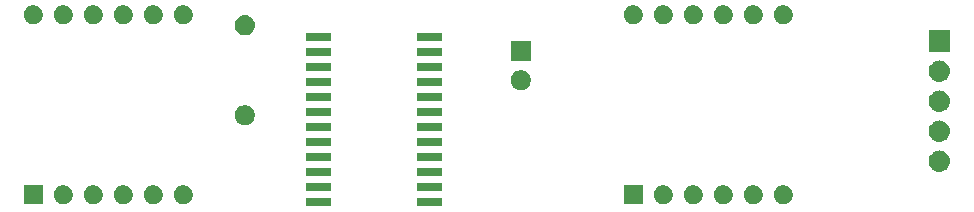
<source format=gbr>
G04 #@! TF.GenerationSoftware,KiCad,Pcbnew,(5.0.2)-1*
G04 #@! TF.CreationDate,2021-03-12T16:00:43+02:00*
G04 #@! TF.ProjectId,MAX7219 SMD,4d415837-3231-4392-9053-4d442e6b6963,rev?*
G04 #@! TF.SameCoordinates,Original*
G04 #@! TF.FileFunction,Soldermask,Bot*
G04 #@! TF.FilePolarity,Negative*
%FSLAX46Y46*%
G04 Gerber Fmt 4.6, Leading zero omitted, Abs format (unit mm)*
G04 Created by KiCad (PCBNEW (5.0.2)-1) date 12.03.2021 16:00:43*
%MOMM*%
%LPD*%
G01*
G04 APERTURE LIST*
%ADD10C,0.100000*%
G04 APERTURE END LIST*
D10*
G36*
X146213000Y-108301000D02*
X144111000Y-108301000D01*
X144111000Y-107599000D01*
X146213000Y-107599000D01*
X146213000Y-108301000D01*
X146213000Y-108301000D01*
G37*
G36*
X136813000Y-108301000D02*
X134711000Y-108301000D01*
X134711000Y-107599000D01*
X136813000Y-107599000D01*
X136813000Y-108301000D01*
X136813000Y-108301000D01*
G37*
G36*
X122026643Y-106544781D02*
X122172415Y-106605162D01*
X122303611Y-106692824D01*
X122415176Y-106804389D01*
X122502838Y-106935585D01*
X122563219Y-107081357D01*
X122594000Y-107236107D01*
X122594000Y-107393893D01*
X122563219Y-107548643D01*
X122502838Y-107694415D01*
X122415176Y-107825611D01*
X122303611Y-107937176D01*
X122172415Y-108024838D01*
X122026643Y-108085219D01*
X121871893Y-108116000D01*
X121714107Y-108116000D01*
X121559357Y-108085219D01*
X121413585Y-108024838D01*
X121282389Y-107937176D01*
X121170824Y-107825611D01*
X121083162Y-107694415D01*
X121022781Y-107548643D01*
X120992000Y-107393893D01*
X120992000Y-107236107D01*
X121022781Y-107081357D01*
X121083162Y-106935585D01*
X121170824Y-106804389D01*
X121282389Y-106692824D01*
X121413585Y-106605162D01*
X121559357Y-106544781D01*
X121714107Y-106514000D01*
X121871893Y-106514000D01*
X122026643Y-106544781D01*
X122026643Y-106544781D01*
G37*
G36*
X119486643Y-106544781D02*
X119632415Y-106605162D01*
X119763611Y-106692824D01*
X119875176Y-106804389D01*
X119962838Y-106935585D01*
X120023219Y-107081357D01*
X120054000Y-107236107D01*
X120054000Y-107393893D01*
X120023219Y-107548643D01*
X119962838Y-107694415D01*
X119875176Y-107825611D01*
X119763611Y-107937176D01*
X119632415Y-108024838D01*
X119486643Y-108085219D01*
X119331893Y-108116000D01*
X119174107Y-108116000D01*
X119019357Y-108085219D01*
X118873585Y-108024838D01*
X118742389Y-107937176D01*
X118630824Y-107825611D01*
X118543162Y-107694415D01*
X118482781Y-107548643D01*
X118452000Y-107393893D01*
X118452000Y-107236107D01*
X118482781Y-107081357D01*
X118543162Y-106935585D01*
X118630824Y-106804389D01*
X118742389Y-106692824D01*
X118873585Y-106605162D01*
X119019357Y-106544781D01*
X119174107Y-106514000D01*
X119331893Y-106514000D01*
X119486643Y-106544781D01*
X119486643Y-106544781D01*
G37*
G36*
X116946643Y-106544781D02*
X117092415Y-106605162D01*
X117223611Y-106692824D01*
X117335176Y-106804389D01*
X117422838Y-106935585D01*
X117483219Y-107081357D01*
X117514000Y-107236107D01*
X117514000Y-107393893D01*
X117483219Y-107548643D01*
X117422838Y-107694415D01*
X117335176Y-107825611D01*
X117223611Y-107937176D01*
X117092415Y-108024838D01*
X116946643Y-108085219D01*
X116791893Y-108116000D01*
X116634107Y-108116000D01*
X116479357Y-108085219D01*
X116333585Y-108024838D01*
X116202389Y-107937176D01*
X116090824Y-107825611D01*
X116003162Y-107694415D01*
X115942781Y-107548643D01*
X115912000Y-107393893D01*
X115912000Y-107236107D01*
X115942781Y-107081357D01*
X116003162Y-106935585D01*
X116090824Y-106804389D01*
X116202389Y-106692824D01*
X116333585Y-106605162D01*
X116479357Y-106544781D01*
X116634107Y-106514000D01*
X116791893Y-106514000D01*
X116946643Y-106544781D01*
X116946643Y-106544781D01*
G37*
G36*
X114406643Y-106544781D02*
X114552415Y-106605162D01*
X114683611Y-106692824D01*
X114795176Y-106804389D01*
X114882838Y-106935585D01*
X114943219Y-107081357D01*
X114974000Y-107236107D01*
X114974000Y-107393893D01*
X114943219Y-107548643D01*
X114882838Y-107694415D01*
X114795176Y-107825611D01*
X114683611Y-107937176D01*
X114552415Y-108024838D01*
X114406643Y-108085219D01*
X114251893Y-108116000D01*
X114094107Y-108116000D01*
X113939357Y-108085219D01*
X113793585Y-108024838D01*
X113662389Y-107937176D01*
X113550824Y-107825611D01*
X113463162Y-107694415D01*
X113402781Y-107548643D01*
X113372000Y-107393893D01*
X113372000Y-107236107D01*
X113402781Y-107081357D01*
X113463162Y-106935585D01*
X113550824Y-106804389D01*
X113662389Y-106692824D01*
X113793585Y-106605162D01*
X113939357Y-106544781D01*
X114094107Y-106514000D01*
X114251893Y-106514000D01*
X114406643Y-106544781D01*
X114406643Y-106544781D01*
G37*
G36*
X112434000Y-108116000D02*
X110832000Y-108116000D01*
X110832000Y-106514000D01*
X112434000Y-106514000D01*
X112434000Y-108116000D01*
X112434000Y-108116000D01*
G37*
G36*
X163234000Y-108116000D02*
X161632000Y-108116000D01*
X161632000Y-106514000D01*
X163234000Y-106514000D01*
X163234000Y-108116000D01*
X163234000Y-108116000D01*
G37*
G36*
X165206643Y-106544781D02*
X165352415Y-106605162D01*
X165483611Y-106692824D01*
X165595176Y-106804389D01*
X165682838Y-106935585D01*
X165743219Y-107081357D01*
X165774000Y-107236107D01*
X165774000Y-107393893D01*
X165743219Y-107548643D01*
X165682838Y-107694415D01*
X165595176Y-107825611D01*
X165483611Y-107937176D01*
X165352415Y-108024838D01*
X165206643Y-108085219D01*
X165051893Y-108116000D01*
X164894107Y-108116000D01*
X164739357Y-108085219D01*
X164593585Y-108024838D01*
X164462389Y-107937176D01*
X164350824Y-107825611D01*
X164263162Y-107694415D01*
X164202781Y-107548643D01*
X164172000Y-107393893D01*
X164172000Y-107236107D01*
X164202781Y-107081357D01*
X164263162Y-106935585D01*
X164350824Y-106804389D01*
X164462389Y-106692824D01*
X164593585Y-106605162D01*
X164739357Y-106544781D01*
X164894107Y-106514000D01*
X165051893Y-106514000D01*
X165206643Y-106544781D01*
X165206643Y-106544781D01*
G37*
G36*
X167746643Y-106544781D02*
X167892415Y-106605162D01*
X168023611Y-106692824D01*
X168135176Y-106804389D01*
X168222838Y-106935585D01*
X168283219Y-107081357D01*
X168314000Y-107236107D01*
X168314000Y-107393893D01*
X168283219Y-107548643D01*
X168222838Y-107694415D01*
X168135176Y-107825611D01*
X168023611Y-107937176D01*
X167892415Y-108024838D01*
X167746643Y-108085219D01*
X167591893Y-108116000D01*
X167434107Y-108116000D01*
X167279357Y-108085219D01*
X167133585Y-108024838D01*
X167002389Y-107937176D01*
X166890824Y-107825611D01*
X166803162Y-107694415D01*
X166742781Y-107548643D01*
X166712000Y-107393893D01*
X166712000Y-107236107D01*
X166742781Y-107081357D01*
X166803162Y-106935585D01*
X166890824Y-106804389D01*
X167002389Y-106692824D01*
X167133585Y-106605162D01*
X167279357Y-106544781D01*
X167434107Y-106514000D01*
X167591893Y-106514000D01*
X167746643Y-106544781D01*
X167746643Y-106544781D01*
G37*
G36*
X170286643Y-106544781D02*
X170432415Y-106605162D01*
X170563611Y-106692824D01*
X170675176Y-106804389D01*
X170762838Y-106935585D01*
X170823219Y-107081357D01*
X170854000Y-107236107D01*
X170854000Y-107393893D01*
X170823219Y-107548643D01*
X170762838Y-107694415D01*
X170675176Y-107825611D01*
X170563611Y-107937176D01*
X170432415Y-108024838D01*
X170286643Y-108085219D01*
X170131893Y-108116000D01*
X169974107Y-108116000D01*
X169819357Y-108085219D01*
X169673585Y-108024838D01*
X169542389Y-107937176D01*
X169430824Y-107825611D01*
X169343162Y-107694415D01*
X169282781Y-107548643D01*
X169252000Y-107393893D01*
X169252000Y-107236107D01*
X169282781Y-107081357D01*
X169343162Y-106935585D01*
X169430824Y-106804389D01*
X169542389Y-106692824D01*
X169673585Y-106605162D01*
X169819357Y-106544781D01*
X169974107Y-106514000D01*
X170131893Y-106514000D01*
X170286643Y-106544781D01*
X170286643Y-106544781D01*
G37*
G36*
X172826643Y-106544781D02*
X172972415Y-106605162D01*
X173103611Y-106692824D01*
X173215176Y-106804389D01*
X173302838Y-106935585D01*
X173363219Y-107081357D01*
X173394000Y-107236107D01*
X173394000Y-107393893D01*
X173363219Y-107548643D01*
X173302838Y-107694415D01*
X173215176Y-107825611D01*
X173103611Y-107937176D01*
X172972415Y-108024838D01*
X172826643Y-108085219D01*
X172671893Y-108116000D01*
X172514107Y-108116000D01*
X172359357Y-108085219D01*
X172213585Y-108024838D01*
X172082389Y-107937176D01*
X171970824Y-107825611D01*
X171883162Y-107694415D01*
X171822781Y-107548643D01*
X171792000Y-107393893D01*
X171792000Y-107236107D01*
X171822781Y-107081357D01*
X171883162Y-106935585D01*
X171970824Y-106804389D01*
X172082389Y-106692824D01*
X172213585Y-106605162D01*
X172359357Y-106544781D01*
X172514107Y-106514000D01*
X172671893Y-106514000D01*
X172826643Y-106544781D01*
X172826643Y-106544781D01*
G37*
G36*
X175366643Y-106544781D02*
X175512415Y-106605162D01*
X175643611Y-106692824D01*
X175755176Y-106804389D01*
X175842838Y-106935585D01*
X175903219Y-107081357D01*
X175934000Y-107236107D01*
X175934000Y-107393893D01*
X175903219Y-107548643D01*
X175842838Y-107694415D01*
X175755176Y-107825611D01*
X175643611Y-107937176D01*
X175512415Y-108024838D01*
X175366643Y-108085219D01*
X175211893Y-108116000D01*
X175054107Y-108116000D01*
X174899357Y-108085219D01*
X174753585Y-108024838D01*
X174622389Y-107937176D01*
X174510824Y-107825611D01*
X174423162Y-107694415D01*
X174362781Y-107548643D01*
X174332000Y-107393893D01*
X174332000Y-107236107D01*
X174362781Y-107081357D01*
X174423162Y-106935585D01*
X174510824Y-106804389D01*
X174622389Y-106692824D01*
X174753585Y-106605162D01*
X174899357Y-106544781D01*
X175054107Y-106514000D01*
X175211893Y-106514000D01*
X175366643Y-106544781D01*
X175366643Y-106544781D01*
G37*
G36*
X124566643Y-106544781D02*
X124712415Y-106605162D01*
X124843611Y-106692824D01*
X124955176Y-106804389D01*
X125042838Y-106935585D01*
X125103219Y-107081357D01*
X125134000Y-107236107D01*
X125134000Y-107393893D01*
X125103219Y-107548643D01*
X125042838Y-107694415D01*
X124955176Y-107825611D01*
X124843611Y-107937176D01*
X124712415Y-108024838D01*
X124566643Y-108085219D01*
X124411893Y-108116000D01*
X124254107Y-108116000D01*
X124099357Y-108085219D01*
X123953585Y-108024838D01*
X123822389Y-107937176D01*
X123710824Y-107825611D01*
X123623162Y-107694415D01*
X123562781Y-107548643D01*
X123532000Y-107393893D01*
X123532000Y-107236107D01*
X123562781Y-107081357D01*
X123623162Y-106935585D01*
X123710824Y-106804389D01*
X123822389Y-106692824D01*
X123953585Y-106605162D01*
X124099357Y-106544781D01*
X124254107Y-106514000D01*
X124411893Y-106514000D01*
X124566643Y-106544781D01*
X124566643Y-106544781D01*
G37*
G36*
X136813000Y-107031000D02*
X134711000Y-107031000D01*
X134711000Y-106329000D01*
X136813000Y-106329000D01*
X136813000Y-107031000D01*
X136813000Y-107031000D01*
G37*
G36*
X146213000Y-107031000D02*
X144111000Y-107031000D01*
X144111000Y-106329000D01*
X146213000Y-106329000D01*
X146213000Y-107031000D01*
X146213000Y-107031000D01*
G37*
G36*
X136813000Y-105761000D02*
X134711000Y-105761000D01*
X134711000Y-105059000D01*
X136813000Y-105059000D01*
X136813000Y-105761000D01*
X136813000Y-105761000D01*
G37*
G36*
X146213000Y-105761000D02*
X144111000Y-105761000D01*
X144111000Y-105059000D01*
X146213000Y-105059000D01*
X146213000Y-105761000D01*
X146213000Y-105761000D01*
G37*
G36*
X188451442Y-103575718D02*
X188517627Y-103582237D01*
X188630853Y-103616584D01*
X188687467Y-103633757D01*
X188826087Y-103707852D01*
X188843991Y-103717422D01*
X188879729Y-103746752D01*
X188981186Y-103830014D01*
X189064448Y-103931471D01*
X189093778Y-103967209D01*
X189093779Y-103967211D01*
X189177443Y-104123733D01*
X189177443Y-104123734D01*
X189228963Y-104293573D01*
X189246359Y-104470200D01*
X189228963Y-104646827D01*
X189194616Y-104760053D01*
X189177443Y-104816667D01*
X189103348Y-104955287D01*
X189093778Y-104973191D01*
X189064448Y-105008929D01*
X188981186Y-105110386D01*
X188879729Y-105193648D01*
X188843991Y-105222978D01*
X188843989Y-105222979D01*
X188687467Y-105306643D01*
X188630853Y-105323816D01*
X188517627Y-105358163D01*
X188451443Y-105364681D01*
X188385260Y-105371200D01*
X188296740Y-105371200D01*
X188230557Y-105364681D01*
X188164373Y-105358163D01*
X188051147Y-105323816D01*
X187994533Y-105306643D01*
X187838011Y-105222979D01*
X187838009Y-105222978D01*
X187802271Y-105193648D01*
X187700814Y-105110386D01*
X187617552Y-105008929D01*
X187588222Y-104973191D01*
X187578652Y-104955287D01*
X187504557Y-104816667D01*
X187487384Y-104760053D01*
X187453037Y-104646827D01*
X187435641Y-104470200D01*
X187453037Y-104293573D01*
X187504557Y-104123734D01*
X187504557Y-104123733D01*
X187588221Y-103967211D01*
X187588222Y-103967209D01*
X187617552Y-103931471D01*
X187700814Y-103830014D01*
X187802271Y-103746752D01*
X187838009Y-103717422D01*
X187855913Y-103707852D01*
X187994533Y-103633757D01*
X188051147Y-103616584D01*
X188164373Y-103582237D01*
X188230558Y-103575718D01*
X188296740Y-103569200D01*
X188385260Y-103569200D01*
X188451442Y-103575718D01*
X188451442Y-103575718D01*
G37*
G36*
X136813000Y-104491000D02*
X134711000Y-104491000D01*
X134711000Y-103789000D01*
X136813000Y-103789000D01*
X136813000Y-104491000D01*
X136813000Y-104491000D01*
G37*
G36*
X146213000Y-104491000D02*
X144111000Y-104491000D01*
X144111000Y-103789000D01*
X146213000Y-103789000D01*
X146213000Y-104491000D01*
X146213000Y-104491000D01*
G37*
G36*
X146213000Y-103221000D02*
X144111000Y-103221000D01*
X144111000Y-102519000D01*
X146213000Y-102519000D01*
X146213000Y-103221000D01*
X146213000Y-103221000D01*
G37*
G36*
X136813000Y-103221000D02*
X134711000Y-103221000D01*
X134711000Y-102519000D01*
X136813000Y-102519000D01*
X136813000Y-103221000D01*
X136813000Y-103221000D01*
G37*
G36*
X188451443Y-101035719D02*
X188517627Y-101042237D01*
X188630853Y-101076584D01*
X188687467Y-101093757D01*
X188748688Y-101126481D01*
X188843991Y-101177422D01*
X188879729Y-101206752D01*
X188981186Y-101290014D01*
X189064448Y-101391471D01*
X189093778Y-101427209D01*
X189093779Y-101427211D01*
X189177443Y-101583733D01*
X189177443Y-101583734D01*
X189228963Y-101753573D01*
X189246359Y-101930200D01*
X189228963Y-102106827D01*
X189194616Y-102220053D01*
X189177443Y-102276667D01*
X189103348Y-102415287D01*
X189093778Y-102433191D01*
X189064448Y-102468929D01*
X188981186Y-102570386D01*
X188879729Y-102653648D01*
X188843991Y-102682978D01*
X188843989Y-102682979D01*
X188687467Y-102766643D01*
X188630853Y-102783816D01*
X188517627Y-102818163D01*
X188451443Y-102824681D01*
X188385260Y-102831200D01*
X188296740Y-102831200D01*
X188230558Y-102824682D01*
X188164373Y-102818163D01*
X188051147Y-102783816D01*
X187994533Y-102766643D01*
X187838011Y-102682979D01*
X187838009Y-102682978D01*
X187802271Y-102653648D01*
X187700814Y-102570386D01*
X187617552Y-102468929D01*
X187588222Y-102433191D01*
X187578652Y-102415287D01*
X187504557Y-102276667D01*
X187487384Y-102220053D01*
X187453037Y-102106827D01*
X187435641Y-101930200D01*
X187453037Y-101753573D01*
X187504557Y-101583734D01*
X187504557Y-101583733D01*
X187588221Y-101427211D01*
X187588222Y-101427209D01*
X187617552Y-101391471D01*
X187700814Y-101290014D01*
X187802271Y-101206752D01*
X187838009Y-101177422D01*
X187933312Y-101126481D01*
X187994533Y-101093757D01*
X188051147Y-101076584D01*
X188164373Y-101042237D01*
X188230557Y-101035719D01*
X188296740Y-101029200D01*
X188385260Y-101029200D01*
X188451443Y-101035719D01*
X188451443Y-101035719D01*
G37*
G36*
X146213000Y-101951000D02*
X144111000Y-101951000D01*
X144111000Y-101249000D01*
X146213000Y-101249000D01*
X146213000Y-101951000D01*
X146213000Y-101951000D01*
G37*
G36*
X136813000Y-101951000D02*
X134711000Y-101951000D01*
X134711000Y-101249000D01*
X136813000Y-101249000D01*
X136813000Y-101951000D01*
X136813000Y-101951000D01*
G37*
G36*
X129788228Y-99765703D02*
X129943100Y-99829853D01*
X130082481Y-99922985D01*
X130201015Y-100041519D01*
X130294147Y-100180900D01*
X130358297Y-100335772D01*
X130391000Y-100500184D01*
X130391000Y-100667816D01*
X130358297Y-100832228D01*
X130294147Y-100987100D01*
X130201015Y-101126481D01*
X130082481Y-101245015D01*
X129943100Y-101338147D01*
X129788228Y-101402297D01*
X129623816Y-101435000D01*
X129456184Y-101435000D01*
X129291772Y-101402297D01*
X129136900Y-101338147D01*
X128997519Y-101245015D01*
X128878985Y-101126481D01*
X128785853Y-100987100D01*
X128721703Y-100832228D01*
X128689000Y-100667816D01*
X128689000Y-100500184D01*
X128721703Y-100335772D01*
X128785853Y-100180900D01*
X128878985Y-100041519D01*
X128997519Y-99922985D01*
X129136900Y-99829853D01*
X129291772Y-99765703D01*
X129456184Y-99733000D01*
X129623816Y-99733000D01*
X129788228Y-99765703D01*
X129788228Y-99765703D01*
G37*
G36*
X136813000Y-100681000D02*
X134711000Y-100681000D01*
X134711000Y-99979000D01*
X136813000Y-99979000D01*
X136813000Y-100681000D01*
X136813000Y-100681000D01*
G37*
G36*
X146213000Y-100681000D02*
X144111000Y-100681000D01*
X144111000Y-99979000D01*
X146213000Y-99979000D01*
X146213000Y-100681000D01*
X146213000Y-100681000D01*
G37*
G36*
X188451443Y-98495719D02*
X188517627Y-98502237D01*
X188630853Y-98536584D01*
X188687467Y-98553757D01*
X188826087Y-98627852D01*
X188843991Y-98637422D01*
X188879729Y-98666752D01*
X188981186Y-98750014D01*
X189064448Y-98851471D01*
X189093778Y-98887209D01*
X189093779Y-98887211D01*
X189177443Y-99043733D01*
X189177443Y-99043734D01*
X189228963Y-99213573D01*
X189246359Y-99390200D01*
X189228963Y-99566827D01*
X189194616Y-99680053D01*
X189177443Y-99736667D01*
X189161922Y-99765704D01*
X189093778Y-99893191D01*
X189069326Y-99922986D01*
X188981186Y-100030386D01*
X188879729Y-100113648D01*
X188843991Y-100142978D01*
X188843989Y-100142979D01*
X188687467Y-100226643D01*
X188630853Y-100243816D01*
X188517627Y-100278163D01*
X188451443Y-100284681D01*
X188385260Y-100291200D01*
X188296740Y-100291200D01*
X188230557Y-100284681D01*
X188164373Y-100278163D01*
X188051147Y-100243816D01*
X187994533Y-100226643D01*
X187838011Y-100142979D01*
X187838009Y-100142978D01*
X187802271Y-100113648D01*
X187700814Y-100030386D01*
X187612674Y-99922986D01*
X187588222Y-99893191D01*
X187520078Y-99765704D01*
X187504557Y-99736667D01*
X187487384Y-99680053D01*
X187453037Y-99566827D01*
X187435641Y-99390200D01*
X187453037Y-99213573D01*
X187504557Y-99043734D01*
X187504557Y-99043733D01*
X187588221Y-98887211D01*
X187588222Y-98887209D01*
X187617552Y-98851471D01*
X187700814Y-98750014D01*
X187802271Y-98666752D01*
X187838009Y-98637422D01*
X187855913Y-98627852D01*
X187994533Y-98553757D01*
X188051147Y-98536584D01*
X188164373Y-98502237D01*
X188230558Y-98495718D01*
X188296740Y-98489200D01*
X188385260Y-98489200D01*
X188451443Y-98495719D01*
X188451443Y-98495719D01*
G37*
G36*
X146213000Y-99411000D02*
X144111000Y-99411000D01*
X144111000Y-98709000D01*
X146213000Y-98709000D01*
X146213000Y-99411000D01*
X146213000Y-99411000D01*
G37*
G36*
X136813000Y-99411000D02*
X134711000Y-99411000D01*
X134711000Y-98709000D01*
X136813000Y-98709000D01*
X136813000Y-99411000D01*
X136813000Y-99411000D01*
G37*
G36*
X153156228Y-96804703D02*
X153311100Y-96868853D01*
X153450481Y-96961985D01*
X153569015Y-97080519D01*
X153662147Y-97219900D01*
X153726297Y-97374772D01*
X153759000Y-97539184D01*
X153759000Y-97706816D01*
X153726297Y-97871228D01*
X153662147Y-98026100D01*
X153569015Y-98165481D01*
X153450481Y-98284015D01*
X153311100Y-98377147D01*
X153156228Y-98441297D01*
X152991816Y-98474000D01*
X152824184Y-98474000D01*
X152659772Y-98441297D01*
X152504900Y-98377147D01*
X152365519Y-98284015D01*
X152246985Y-98165481D01*
X152153853Y-98026100D01*
X152089703Y-97871228D01*
X152057000Y-97706816D01*
X152057000Y-97539184D01*
X152089703Y-97374772D01*
X152153853Y-97219900D01*
X152246985Y-97080519D01*
X152365519Y-96961985D01*
X152504900Y-96868853D01*
X152659772Y-96804703D01*
X152824184Y-96772000D01*
X152991816Y-96772000D01*
X153156228Y-96804703D01*
X153156228Y-96804703D01*
G37*
G36*
X146213000Y-98141000D02*
X144111000Y-98141000D01*
X144111000Y-97439000D01*
X146213000Y-97439000D01*
X146213000Y-98141000D01*
X146213000Y-98141000D01*
G37*
G36*
X136813000Y-98141000D02*
X134711000Y-98141000D01*
X134711000Y-97439000D01*
X136813000Y-97439000D01*
X136813000Y-98141000D01*
X136813000Y-98141000D01*
G37*
G36*
X188451442Y-95955718D02*
X188517627Y-95962237D01*
X188630853Y-95996584D01*
X188687467Y-96013757D01*
X188826087Y-96087852D01*
X188843991Y-96097422D01*
X188879729Y-96126752D01*
X188981186Y-96210014D01*
X189064448Y-96311471D01*
X189093778Y-96347209D01*
X189093779Y-96347211D01*
X189177443Y-96503733D01*
X189177443Y-96503734D01*
X189228963Y-96673573D01*
X189246359Y-96850200D01*
X189228963Y-97026827D01*
X189194616Y-97140053D01*
X189177443Y-97196667D01*
X189103348Y-97335287D01*
X189093778Y-97353191D01*
X189076067Y-97374772D01*
X188981186Y-97490386D01*
X188879729Y-97573648D01*
X188843991Y-97602978D01*
X188843989Y-97602979D01*
X188687467Y-97686643D01*
X188630853Y-97703816D01*
X188517627Y-97738163D01*
X188451442Y-97744682D01*
X188385260Y-97751200D01*
X188296740Y-97751200D01*
X188230558Y-97744682D01*
X188164373Y-97738163D01*
X188051147Y-97703816D01*
X187994533Y-97686643D01*
X187838011Y-97602979D01*
X187838009Y-97602978D01*
X187802271Y-97573648D01*
X187700814Y-97490386D01*
X187605933Y-97374772D01*
X187588222Y-97353191D01*
X187578652Y-97335287D01*
X187504557Y-97196667D01*
X187487384Y-97140053D01*
X187453037Y-97026827D01*
X187435641Y-96850200D01*
X187453037Y-96673573D01*
X187504557Y-96503734D01*
X187504557Y-96503733D01*
X187588221Y-96347211D01*
X187588222Y-96347209D01*
X187617552Y-96311471D01*
X187700814Y-96210014D01*
X187802271Y-96126752D01*
X187838009Y-96097422D01*
X187855913Y-96087852D01*
X187994533Y-96013757D01*
X188051147Y-95996584D01*
X188164373Y-95962237D01*
X188230558Y-95955718D01*
X188296740Y-95949200D01*
X188385260Y-95949200D01*
X188451442Y-95955718D01*
X188451442Y-95955718D01*
G37*
G36*
X136813000Y-96871000D02*
X134711000Y-96871000D01*
X134711000Y-96169000D01*
X136813000Y-96169000D01*
X136813000Y-96871000D01*
X136813000Y-96871000D01*
G37*
G36*
X146213000Y-96871000D02*
X144111000Y-96871000D01*
X144111000Y-96169000D01*
X146213000Y-96169000D01*
X146213000Y-96871000D01*
X146213000Y-96871000D01*
G37*
G36*
X153759000Y-95974000D02*
X152057000Y-95974000D01*
X152057000Y-94272000D01*
X153759000Y-94272000D01*
X153759000Y-95974000D01*
X153759000Y-95974000D01*
G37*
G36*
X136813000Y-95601000D02*
X134711000Y-95601000D01*
X134711000Y-94899000D01*
X136813000Y-94899000D01*
X136813000Y-95601000D01*
X136813000Y-95601000D01*
G37*
G36*
X146213000Y-95601000D02*
X144111000Y-95601000D01*
X144111000Y-94899000D01*
X146213000Y-94899000D01*
X146213000Y-95601000D01*
X146213000Y-95601000D01*
G37*
G36*
X189242000Y-95211200D02*
X187440000Y-95211200D01*
X187440000Y-93409200D01*
X189242000Y-93409200D01*
X189242000Y-95211200D01*
X189242000Y-95211200D01*
G37*
G36*
X136813000Y-94331000D02*
X134711000Y-94331000D01*
X134711000Y-93629000D01*
X136813000Y-93629000D01*
X136813000Y-94331000D01*
X136813000Y-94331000D01*
G37*
G36*
X146213000Y-94331000D02*
X144111000Y-94331000D01*
X144111000Y-93629000D01*
X146213000Y-93629000D01*
X146213000Y-94331000D01*
X146213000Y-94331000D01*
G37*
G36*
X129706821Y-92125313D02*
X129706824Y-92125314D01*
X129706825Y-92125314D01*
X129867239Y-92173975D01*
X129867241Y-92173976D01*
X129867244Y-92173977D01*
X130015078Y-92252995D01*
X130144659Y-92359341D01*
X130251005Y-92488922D01*
X130330023Y-92636756D01*
X130330024Y-92636759D01*
X130330025Y-92636761D01*
X130378686Y-92797175D01*
X130378687Y-92797179D01*
X130395117Y-92964000D01*
X130378687Y-93130821D01*
X130330023Y-93291244D01*
X130251005Y-93439078D01*
X130144659Y-93568659D01*
X130015078Y-93675005D01*
X129867244Y-93754023D01*
X129867241Y-93754024D01*
X129867239Y-93754025D01*
X129706825Y-93802686D01*
X129706824Y-93802686D01*
X129706821Y-93802687D01*
X129581804Y-93815000D01*
X129498196Y-93815000D01*
X129373179Y-93802687D01*
X129373176Y-93802686D01*
X129373175Y-93802686D01*
X129212761Y-93754025D01*
X129212759Y-93754024D01*
X129212756Y-93754023D01*
X129064922Y-93675005D01*
X128935341Y-93568659D01*
X128828995Y-93439078D01*
X128749977Y-93291244D01*
X128701313Y-93130821D01*
X128684883Y-92964000D01*
X128701313Y-92797179D01*
X128701314Y-92797175D01*
X128749975Y-92636761D01*
X128749976Y-92636759D01*
X128749977Y-92636756D01*
X128828995Y-92488922D01*
X128935341Y-92359341D01*
X129064922Y-92252995D01*
X129212756Y-92173977D01*
X129212759Y-92173976D01*
X129212761Y-92173975D01*
X129373175Y-92125314D01*
X129373176Y-92125314D01*
X129373179Y-92125313D01*
X129498196Y-92113000D01*
X129581804Y-92113000D01*
X129706821Y-92125313D01*
X129706821Y-92125313D01*
G37*
G36*
X175366643Y-91304781D02*
X175512415Y-91365162D01*
X175643611Y-91452824D01*
X175755176Y-91564389D01*
X175842838Y-91695585D01*
X175903219Y-91841357D01*
X175934000Y-91996107D01*
X175934000Y-92153893D01*
X175903219Y-92308643D01*
X175842838Y-92454415D01*
X175755176Y-92585611D01*
X175643611Y-92697176D01*
X175512415Y-92784838D01*
X175366643Y-92845219D01*
X175211893Y-92876000D01*
X175054107Y-92876000D01*
X174899357Y-92845219D01*
X174753585Y-92784838D01*
X174622389Y-92697176D01*
X174510824Y-92585611D01*
X174423162Y-92454415D01*
X174362781Y-92308643D01*
X174332000Y-92153893D01*
X174332000Y-91996107D01*
X174362781Y-91841357D01*
X174423162Y-91695585D01*
X174510824Y-91564389D01*
X174622389Y-91452824D01*
X174753585Y-91365162D01*
X174899357Y-91304781D01*
X175054107Y-91274000D01*
X175211893Y-91274000D01*
X175366643Y-91304781D01*
X175366643Y-91304781D01*
G37*
G36*
X172826643Y-91304781D02*
X172972415Y-91365162D01*
X173103611Y-91452824D01*
X173215176Y-91564389D01*
X173302838Y-91695585D01*
X173363219Y-91841357D01*
X173394000Y-91996107D01*
X173394000Y-92153893D01*
X173363219Y-92308643D01*
X173302838Y-92454415D01*
X173215176Y-92585611D01*
X173103611Y-92697176D01*
X172972415Y-92784838D01*
X172826643Y-92845219D01*
X172671893Y-92876000D01*
X172514107Y-92876000D01*
X172359357Y-92845219D01*
X172213585Y-92784838D01*
X172082389Y-92697176D01*
X171970824Y-92585611D01*
X171883162Y-92454415D01*
X171822781Y-92308643D01*
X171792000Y-92153893D01*
X171792000Y-91996107D01*
X171822781Y-91841357D01*
X171883162Y-91695585D01*
X171970824Y-91564389D01*
X172082389Y-91452824D01*
X172213585Y-91365162D01*
X172359357Y-91304781D01*
X172514107Y-91274000D01*
X172671893Y-91274000D01*
X172826643Y-91304781D01*
X172826643Y-91304781D01*
G37*
G36*
X170286643Y-91304781D02*
X170432415Y-91365162D01*
X170563611Y-91452824D01*
X170675176Y-91564389D01*
X170762838Y-91695585D01*
X170823219Y-91841357D01*
X170854000Y-91996107D01*
X170854000Y-92153893D01*
X170823219Y-92308643D01*
X170762838Y-92454415D01*
X170675176Y-92585611D01*
X170563611Y-92697176D01*
X170432415Y-92784838D01*
X170286643Y-92845219D01*
X170131893Y-92876000D01*
X169974107Y-92876000D01*
X169819357Y-92845219D01*
X169673585Y-92784838D01*
X169542389Y-92697176D01*
X169430824Y-92585611D01*
X169343162Y-92454415D01*
X169282781Y-92308643D01*
X169252000Y-92153893D01*
X169252000Y-91996107D01*
X169282781Y-91841357D01*
X169343162Y-91695585D01*
X169430824Y-91564389D01*
X169542389Y-91452824D01*
X169673585Y-91365162D01*
X169819357Y-91304781D01*
X169974107Y-91274000D01*
X170131893Y-91274000D01*
X170286643Y-91304781D01*
X170286643Y-91304781D01*
G37*
G36*
X162666643Y-91304781D02*
X162812415Y-91365162D01*
X162943611Y-91452824D01*
X163055176Y-91564389D01*
X163142838Y-91695585D01*
X163203219Y-91841357D01*
X163234000Y-91996107D01*
X163234000Y-92153893D01*
X163203219Y-92308643D01*
X163142838Y-92454415D01*
X163055176Y-92585611D01*
X162943611Y-92697176D01*
X162812415Y-92784838D01*
X162666643Y-92845219D01*
X162511893Y-92876000D01*
X162354107Y-92876000D01*
X162199357Y-92845219D01*
X162053585Y-92784838D01*
X161922389Y-92697176D01*
X161810824Y-92585611D01*
X161723162Y-92454415D01*
X161662781Y-92308643D01*
X161632000Y-92153893D01*
X161632000Y-91996107D01*
X161662781Y-91841357D01*
X161723162Y-91695585D01*
X161810824Y-91564389D01*
X161922389Y-91452824D01*
X162053585Y-91365162D01*
X162199357Y-91304781D01*
X162354107Y-91274000D01*
X162511893Y-91274000D01*
X162666643Y-91304781D01*
X162666643Y-91304781D01*
G37*
G36*
X122026643Y-91304781D02*
X122172415Y-91365162D01*
X122303611Y-91452824D01*
X122415176Y-91564389D01*
X122502838Y-91695585D01*
X122563219Y-91841357D01*
X122594000Y-91996107D01*
X122594000Y-92153893D01*
X122563219Y-92308643D01*
X122502838Y-92454415D01*
X122415176Y-92585611D01*
X122303611Y-92697176D01*
X122172415Y-92784838D01*
X122026643Y-92845219D01*
X121871893Y-92876000D01*
X121714107Y-92876000D01*
X121559357Y-92845219D01*
X121413585Y-92784838D01*
X121282389Y-92697176D01*
X121170824Y-92585611D01*
X121083162Y-92454415D01*
X121022781Y-92308643D01*
X120992000Y-92153893D01*
X120992000Y-91996107D01*
X121022781Y-91841357D01*
X121083162Y-91695585D01*
X121170824Y-91564389D01*
X121282389Y-91452824D01*
X121413585Y-91365162D01*
X121559357Y-91304781D01*
X121714107Y-91274000D01*
X121871893Y-91274000D01*
X122026643Y-91304781D01*
X122026643Y-91304781D01*
G37*
G36*
X124566643Y-91304781D02*
X124712415Y-91365162D01*
X124843611Y-91452824D01*
X124955176Y-91564389D01*
X125042838Y-91695585D01*
X125103219Y-91841357D01*
X125134000Y-91996107D01*
X125134000Y-92153893D01*
X125103219Y-92308643D01*
X125042838Y-92454415D01*
X124955176Y-92585611D01*
X124843611Y-92697176D01*
X124712415Y-92784838D01*
X124566643Y-92845219D01*
X124411893Y-92876000D01*
X124254107Y-92876000D01*
X124099357Y-92845219D01*
X123953585Y-92784838D01*
X123822389Y-92697176D01*
X123710824Y-92585611D01*
X123623162Y-92454415D01*
X123562781Y-92308643D01*
X123532000Y-92153893D01*
X123532000Y-91996107D01*
X123562781Y-91841357D01*
X123623162Y-91695585D01*
X123710824Y-91564389D01*
X123822389Y-91452824D01*
X123953585Y-91365162D01*
X124099357Y-91304781D01*
X124254107Y-91274000D01*
X124411893Y-91274000D01*
X124566643Y-91304781D01*
X124566643Y-91304781D01*
G37*
G36*
X119486643Y-91304781D02*
X119632415Y-91365162D01*
X119763611Y-91452824D01*
X119875176Y-91564389D01*
X119962838Y-91695585D01*
X120023219Y-91841357D01*
X120054000Y-91996107D01*
X120054000Y-92153893D01*
X120023219Y-92308643D01*
X119962838Y-92454415D01*
X119875176Y-92585611D01*
X119763611Y-92697176D01*
X119632415Y-92784838D01*
X119486643Y-92845219D01*
X119331893Y-92876000D01*
X119174107Y-92876000D01*
X119019357Y-92845219D01*
X118873585Y-92784838D01*
X118742389Y-92697176D01*
X118630824Y-92585611D01*
X118543162Y-92454415D01*
X118482781Y-92308643D01*
X118452000Y-92153893D01*
X118452000Y-91996107D01*
X118482781Y-91841357D01*
X118543162Y-91695585D01*
X118630824Y-91564389D01*
X118742389Y-91452824D01*
X118873585Y-91365162D01*
X119019357Y-91304781D01*
X119174107Y-91274000D01*
X119331893Y-91274000D01*
X119486643Y-91304781D01*
X119486643Y-91304781D01*
G37*
G36*
X116946643Y-91304781D02*
X117092415Y-91365162D01*
X117223611Y-91452824D01*
X117335176Y-91564389D01*
X117422838Y-91695585D01*
X117483219Y-91841357D01*
X117514000Y-91996107D01*
X117514000Y-92153893D01*
X117483219Y-92308643D01*
X117422838Y-92454415D01*
X117335176Y-92585611D01*
X117223611Y-92697176D01*
X117092415Y-92784838D01*
X116946643Y-92845219D01*
X116791893Y-92876000D01*
X116634107Y-92876000D01*
X116479357Y-92845219D01*
X116333585Y-92784838D01*
X116202389Y-92697176D01*
X116090824Y-92585611D01*
X116003162Y-92454415D01*
X115942781Y-92308643D01*
X115912000Y-92153893D01*
X115912000Y-91996107D01*
X115942781Y-91841357D01*
X116003162Y-91695585D01*
X116090824Y-91564389D01*
X116202389Y-91452824D01*
X116333585Y-91365162D01*
X116479357Y-91304781D01*
X116634107Y-91274000D01*
X116791893Y-91274000D01*
X116946643Y-91304781D01*
X116946643Y-91304781D01*
G37*
G36*
X114406643Y-91304781D02*
X114552415Y-91365162D01*
X114683611Y-91452824D01*
X114795176Y-91564389D01*
X114882838Y-91695585D01*
X114943219Y-91841357D01*
X114974000Y-91996107D01*
X114974000Y-92153893D01*
X114943219Y-92308643D01*
X114882838Y-92454415D01*
X114795176Y-92585611D01*
X114683611Y-92697176D01*
X114552415Y-92784838D01*
X114406643Y-92845219D01*
X114251893Y-92876000D01*
X114094107Y-92876000D01*
X113939357Y-92845219D01*
X113793585Y-92784838D01*
X113662389Y-92697176D01*
X113550824Y-92585611D01*
X113463162Y-92454415D01*
X113402781Y-92308643D01*
X113372000Y-92153893D01*
X113372000Y-91996107D01*
X113402781Y-91841357D01*
X113463162Y-91695585D01*
X113550824Y-91564389D01*
X113662389Y-91452824D01*
X113793585Y-91365162D01*
X113939357Y-91304781D01*
X114094107Y-91274000D01*
X114251893Y-91274000D01*
X114406643Y-91304781D01*
X114406643Y-91304781D01*
G37*
G36*
X111866643Y-91304781D02*
X112012415Y-91365162D01*
X112143611Y-91452824D01*
X112255176Y-91564389D01*
X112342838Y-91695585D01*
X112403219Y-91841357D01*
X112434000Y-91996107D01*
X112434000Y-92153893D01*
X112403219Y-92308643D01*
X112342838Y-92454415D01*
X112255176Y-92585611D01*
X112143611Y-92697176D01*
X112012415Y-92784838D01*
X111866643Y-92845219D01*
X111711893Y-92876000D01*
X111554107Y-92876000D01*
X111399357Y-92845219D01*
X111253585Y-92784838D01*
X111122389Y-92697176D01*
X111010824Y-92585611D01*
X110923162Y-92454415D01*
X110862781Y-92308643D01*
X110832000Y-92153893D01*
X110832000Y-91996107D01*
X110862781Y-91841357D01*
X110923162Y-91695585D01*
X111010824Y-91564389D01*
X111122389Y-91452824D01*
X111253585Y-91365162D01*
X111399357Y-91304781D01*
X111554107Y-91274000D01*
X111711893Y-91274000D01*
X111866643Y-91304781D01*
X111866643Y-91304781D01*
G37*
G36*
X165206643Y-91304781D02*
X165352415Y-91365162D01*
X165483611Y-91452824D01*
X165595176Y-91564389D01*
X165682838Y-91695585D01*
X165743219Y-91841357D01*
X165774000Y-91996107D01*
X165774000Y-92153893D01*
X165743219Y-92308643D01*
X165682838Y-92454415D01*
X165595176Y-92585611D01*
X165483611Y-92697176D01*
X165352415Y-92784838D01*
X165206643Y-92845219D01*
X165051893Y-92876000D01*
X164894107Y-92876000D01*
X164739357Y-92845219D01*
X164593585Y-92784838D01*
X164462389Y-92697176D01*
X164350824Y-92585611D01*
X164263162Y-92454415D01*
X164202781Y-92308643D01*
X164172000Y-92153893D01*
X164172000Y-91996107D01*
X164202781Y-91841357D01*
X164263162Y-91695585D01*
X164350824Y-91564389D01*
X164462389Y-91452824D01*
X164593585Y-91365162D01*
X164739357Y-91304781D01*
X164894107Y-91274000D01*
X165051893Y-91274000D01*
X165206643Y-91304781D01*
X165206643Y-91304781D01*
G37*
G36*
X167746643Y-91304781D02*
X167892415Y-91365162D01*
X168023611Y-91452824D01*
X168135176Y-91564389D01*
X168222838Y-91695585D01*
X168283219Y-91841357D01*
X168314000Y-91996107D01*
X168314000Y-92153893D01*
X168283219Y-92308643D01*
X168222838Y-92454415D01*
X168135176Y-92585611D01*
X168023611Y-92697176D01*
X167892415Y-92784838D01*
X167746643Y-92845219D01*
X167591893Y-92876000D01*
X167434107Y-92876000D01*
X167279357Y-92845219D01*
X167133585Y-92784838D01*
X167002389Y-92697176D01*
X166890824Y-92585611D01*
X166803162Y-92454415D01*
X166742781Y-92308643D01*
X166712000Y-92153893D01*
X166712000Y-91996107D01*
X166742781Y-91841357D01*
X166803162Y-91695585D01*
X166890824Y-91564389D01*
X167002389Y-91452824D01*
X167133585Y-91365162D01*
X167279357Y-91304781D01*
X167434107Y-91274000D01*
X167591893Y-91274000D01*
X167746643Y-91304781D01*
X167746643Y-91304781D01*
G37*
M02*

</source>
